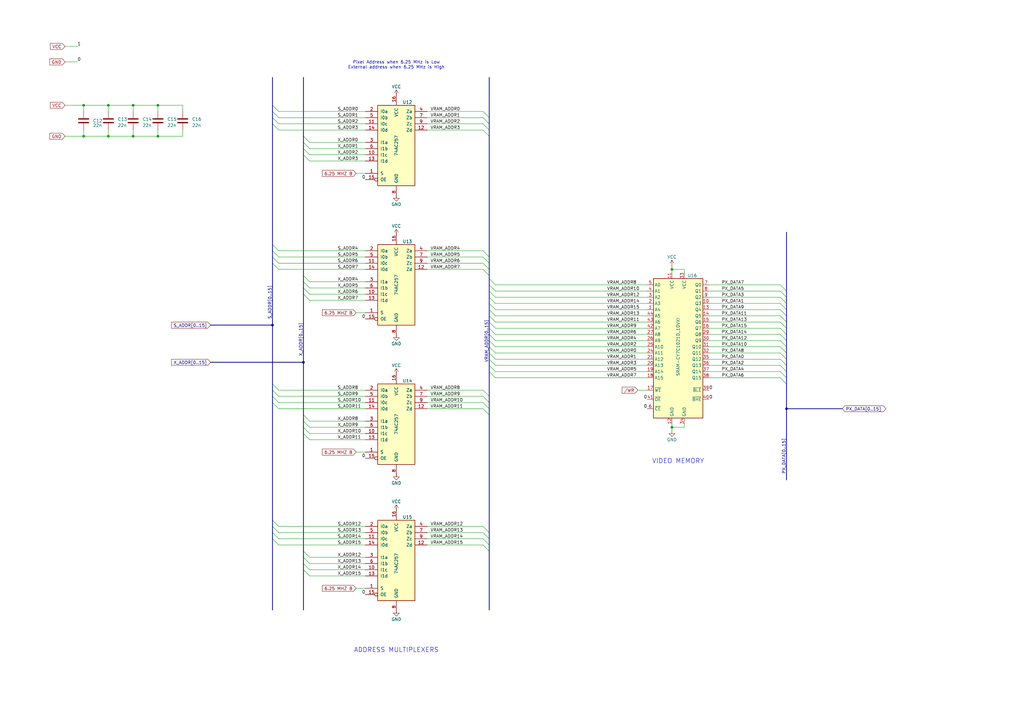
<source format=kicad_sch>
(kicad_sch (version 20231120) (generator "eeschema") (generator_version "8.0")
  (paper "A3")
  (title_block (title "FRAME BUFFER"))
  (lib_symbols
    (symbol "Device:C" (pin_numbers hide) (pin_names (offset 0.254))
      (property "Reference" "C" (at 0.635 2.54 0))
      (property "Value" "C" (at 0.635 -2.54 0))
      (symbol "C_0_1"
        (polyline (pts (xy -2.032 -0.762) (xy 2.032 -0.762)) (stroke (width 0.508)))
        (polyline (pts (xy -2.032 0.762) (xy 2.032 0.762)) (stroke (width 0.508)))
      )
      (symbol "C_1_1"
        (pin passive line (at 0 3.81 270) (length 2.794) (name "~") (number "1"))
        (pin passive line (at 0 -3.81 90) (length 2.794) (name "~") (number "2"))
      )
    )
    (symbol "MevaLlibreria:74HC257" (pin_names (offset 1.016))
      (property "Reference" "U" (at -7.62 19.05 0))
      (property "Value" "74HC257" (at -8.128 -17.526 0))
      (symbol "74HC257_1_0"
        (pin input line (at -12.7 -10.16 0) (length 5.08) (name "S") (number "1"))
        (pin input line (at -12.7 -2.54 0) (length 5.08) (name "I1c") (number "10"))
        (pin input line (at -12.7 10.16 0) (length 5.08) (name "I0c") (number "11"))
        (pin tri_state line (at 12.7 7.62 180) (length 5.08) (name "Zd") (number "12"))
        (pin input line (at -12.7 -5.08 0) (length 5.08) (name "I1d") (number "13"))
        (pin input line (at -12.7 7.62 0) (length 5.08) (name "I0d") (number "14"))
        (pin input inverted (at -12.7 -12.7 0) (length 5.08) (name "OE") (number "15"))
        (pin power_in line (at 0 22.86 270) (length 5.08) (name "VCC") (number "16"))
        (pin input line (at -12.7 15.24 0) (length 5.08) (name "I0a") (number "2"))
        (pin input line (at -12.7 2.54 0) (length 5.08) (name "I1a") (number "3"))
        (pin tri_state line (at 12.7 15.24 180) (length 5.08) (name "Za") (number "4"))
        (pin input line (at -12.7 12.7 0) (length 5.08) (name "I0b") (number "5"))
        (pin input line (at -12.7 0 0) (length 5.08) (name "I1b") (number "6"))
        (pin tri_state line (at 12.7 12.7 180) (length 5.08) (name "Zb") (number "7"))
        (pin power_in line (at 0 -20.32 90) (length 5.08) (name "GND") (number "8"))
        (pin tri_state line (at 12.7 10.16 180) (length 5.08) (name "Zc") (number "9"))
      )
      (symbol "74HC257_1_1"
        (rectangle (start -7.62 17.78) (end 7.62 -15.24) (stroke (width 0.254)) (fill (type background)))
      )
    )
    (symbol "MevaLlibreria:SRAM-CY7C1021D_10VXI"
      (property "Reference" "U" (at -10.16 28.575 0))
      (property "Value" "SRAM-CY7C1021D_10VXI" (at 2.54 28.575 0))
      (symbol "SRAM-CY7C1021D_10VXI_0_1"
        (rectangle (start -10.16 27.94) (end 10.16 -29.21) (stroke (width 0.254)) (fill (type background)))
      )
      (symbol "SRAM-CY7C1021D_10VXI_1_0"
        (pin power_in line (at -2.54 30.48 270) (length 2.54) (name "VCC") (number "11"))
        (pin power_in line (at -2.54 -31.75 90) (length 2.54) (name "GND") (number "12"))
        (pin power_in line (at 2.54 30.48 270) (length 2.54) (name "VCC") (number "33"))
        (pin power_in line (at 2.54 -31.75 90) (length 2.54) (name "GND") (number "34"))
      )
      (symbol "SRAM-CY7C1021D_10VXI_1_1"
        (pin input line (at -12.7 15.24 0) (length 2.54) (name "A4") (number "1"))
        (pin tri_state line (at 12.7 17.78 180) (length 2.54) (name "Q3") (number "10"))
        (pin tri_state line (at 12.7 15.24 180) (length 2.54) (name "Q4") (number "13"))
        (pin tri_state line (at 12.7 12.7 180) (length 2.54) (name "Q5") (number "14"))
        (pin tri_state line (at 12.7 10.16 180) (length 2.54) (name "Q6") (number "15"))
        (pin tri_state line (at 12.7 7.62 180) (length 2.54) (name "Q7") (number "16"))
        (pin input line (at -12.7 -17.78 0) (length 2.54) (name "~{WE}") (number "17"))
        (pin input line (at -12.7 -12.7 0) (length 2.54) (name "A15") (number "18"))
        (pin input line (at -12.7 -10.16 0) (length 2.54) (name "A14") (number "19"))
        (pin input line (at -12.7 17.78 0) (length 2.54) (name "A3") (number "2"))
        (pin input line (at -12.7 -7.62 0) (length 2.54) (name "A13") (number "20"))
        (pin input line (at -12.7 -5.08 0) (length 2.54) (name "A12") (number "21"))
        (pin no_connect line (at -10.16 -27.94 0) (length 2.54) hide (name "NC") (number "22"))
        (pin no_connect line (at 10.16 -25.4 180) (length 2.54) hide (name "NC") (number "23"))
        (pin input line (at -12.7 -2.54 0) (length 2.54) (name "A11") (number "24"))
        (pin input line (at -12.7 0 0) (length 2.54) (name "A10") (number "25"))
        (pin input line (at -12.7 2.54 0) (length 2.54) (name "A9") (number "26"))
        (pin input line (at -12.7 5.08 0) (length 2.54) (name "A8") (number "27"))
        (pin no_connect line (at 10.16 -27.94 180) (length 2.54) hide (name "NC") (number "28"))
        (pin tri_state line (at 12.7 5.08 180) (length 2.54) (name "Q8") (number "29"))
        (pin input line (at -12.7 20.32 0) (length 2.54) (name "A2") (number "3"))
        (pin tri_state line (at 12.7 2.54 180) (length 2.54) (name "Q9") (number "30"))
        (pin tri_state line (at 12.7 0 180) (length 2.54) (name "Q10") (number "31"))
        (pin tri_state line (at 12.7 -2.54 180) (length 2.54) (name "Q11") (number "32"))
        (pin tri_state line (at 12.7 -5.08 180) (length 2.54) (name "Q12") (number "35"))
        (pin tri_state line (at 12.7 -7.62 180) (length 2.54) (name "Q13") (number "36"))
        (pin tri_state line (at 12.7 -10.16 180) (length 2.54) (name "Q14") (number "37"))
        (pin tri_state line (at 12.7 -12.7 180) (length 2.54) (name "Q15") (number "38"))
        (pin input line (at 12.7 -17.78 180) (length 2.54) (name "~{BLE}") (number "39"))
        (pin input line (at -12.7 22.86 0) (length 2.54) (name "A1") (number "4"))
        (pin input line (at 12.7 -21.59 180) (length 2.54) (name "~{BHE}") (number "40"))
        (pin input line (at -12.7 -21.59 0) (length 2.54) (name "~{OE}") (number "41"))
        (pin input line (at -12.7 7.62 0) (length 2.54) (name "A7") (number "42"))
        (pin input line (at -12.7 10.16 0) (length 2.54) (name "A6") (number "43"))
        (pin input line (at -12.7 12.7 0) (length 2.54) (name "A5") (number "44"))
        (pin input line (at -12.7 25.4 0) (length 2.54) (name "A0") (number "5"))
        (pin input line (at -12.7 -25.4 0) (length 2.54) (name "~{CE}") (number "6"))
        (pin tri_state line (at 12.7 25.4 180) (length 2.54) (name "Q0") (number "7"))
        (pin tri_state line (at 12.7 22.86 180) (length 2.54) (name "Q1") (number "8"))
        (pin tri_state line (at 12.7 20.32 180) (length 2.54) (name "Q2") (number "9"))
      )
    )
    (symbol "power:GND" (power) (pin_numbers hide) (pin_names (offset 0) hide)
      (property "Value" "GND" (at 0 -3.81 0))
      (symbol "GND_0_1"
        (polyline (pts (xy 0 0) (xy 0 -1.27) (xy 1.27 -1.27) (xy 0 -2.54) (xy -1.27 -1.27) (xy 0 -1.27)))
      )
      (symbol "GND_1_1"
        (pin power_in line (at 0 0 270) (length 0) (name "~") (number "1"))
      )
    )
    (symbol "power:VCC" (power) (pin_numbers hide) (pin_names (offset 0) hide)
      (property "Value" "VCC" (at 0 3.556 0))
      (symbol "VCC_0_1"
        (polyline (pts (xy -0.762 1.27) (xy 0 2.54)))
        (polyline (pts (xy 0 0) (xy 0 2.54)))
        (polyline (pts (xy 0 2.54) (xy 0.762 1.27)))
      )
      (symbol "VCC_1_1"
        (pin power_in line (at 0 0 90) (length 0) (name "~") (number "1"))
      )
    )
  )
  (junction (at 34.29 55.88))
  (junction (at 44.45 43.18))
  (junction (at 64.77 55.88))
  (junction (at 111.76 133.35))
  (junction (at 54.61 55.88))
  (junction (at 64.77 43.18))
  (junction (at 322.58 167.64))
  (junction (at 34.29 43.18))
  (junction (at 124.46 148.59))
  (junction (at 275.59 110.49))
  (junction (at 54.61 43.18))
  (junction (at 275.59 175.26))
  (junction (at 44.45 55.88))
  (bus_entry (at 124.46 120.65) (size 2.54 2.54))
  (bus_entry (at 124.46 170.18) (size 2.54 2.54))
  (bus_entry (at 200.66 113.03) (size -2.54 -2.54))
  (bus_entry (at 200.66 134.62) (size 2.54 2.54))
  (bus_entry (at 322.58 147.32) (size -2.54 -2.54))
  (bus_entry (at 322.58 124.46) (size -2.54 -2.54))
  (bus_entry (at 200.66 127) (size 2.54 2.54))
  (bus_entry (at 200.66 226.06) (size -2.54 -2.54))
  (bus_entry (at 200.66 165.1) (size -2.54 -2.54))
  (bus_entry (at 200.66 121.92) (size 2.54 2.54))
  (bus_entry (at 111.76 157.48) (size 2.54 2.54))
  (bus_entry (at 124.46 228.6) (size 2.54 2.54))
  (bus_entry (at 200.66 152.4) (size 2.54 2.54))
  (bus_entry (at 111.76 165.1) (size 2.54 2.54))
  (bus_entry (at 322.58 119.38) (size -2.54 -2.54))
  (bus_entry (at 124.46 118.11) (size 2.54 2.54))
  (bus_entry (at 124.46 115.57) (size 2.54 2.54))
  (bus_entry (at 200.66 144.78) (size 2.54 2.54))
  (bus_entry (at 200.66 129.54) (size 2.54 2.54))
  (bus_entry (at 200.66 218.44) (size -2.54 -2.54))
  (bus_entry (at 322.58 127) (size -2.54 -2.54))
  (bus_entry (at 200.66 170.18) (size -2.54 -2.54))
  (bus_entry (at 322.58 144.78) (size -2.54 -2.54))
  (bus_entry (at 200.66 105.41) (size -2.54 -2.54))
  (bus_entry (at 200.66 220.98) (size -2.54 -2.54))
  (bus_entry (at 200.66 137.16) (size 2.54 2.54))
  (bus_entry (at 322.58 149.86) (size -2.54 -2.54))
  (bus_entry (at 200.66 142.24) (size 2.54 2.54))
  (bus_entry (at 200.66 149.86) (size 2.54 2.54))
  (bus_entry (at 124.46 233.68) (size 2.54 2.54))
  (bus_entry (at 322.58 121.92) (size -2.54 -2.54))
  (bus_entry (at 200.66 119.38) (size 2.54 2.54))
  (bus_entry (at 111.76 162.56) (size 2.54 2.54))
  (bus_entry (at 322.58 139.7) (size -2.54 -2.54))
  (bus_entry (at 111.76 220.98) (size 2.54 2.54))
  (bus_entry (at 200.66 147.32) (size 2.54 2.54))
  (bus_entry (at 200.66 110.49) (size -2.54 -2.54))
  (bus_entry (at 124.46 58.42) (size 2.54 2.54))
  (bus_entry (at 200.66 139.7) (size 2.54 2.54))
  (bus_entry (at 111.76 102.87) (size 2.54 2.54))
  (bus_entry (at 322.58 132.08) (size -2.54 -2.54))
  (bus_entry (at 124.46 113.03) (size 2.54 2.54))
  (bus_entry (at 111.76 107.95) (size 2.54 2.54))
  (bus_entry (at 124.46 231.14) (size 2.54 2.54))
  (bus_entry (at 200.66 124.46) (size 2.54 2.54))
  (bus_entry (at 322.58 137.16) (size -2.54 -2.54))
  (bus_entry (at 322.58 157.48) (size -2.54 -2.54))
  (bus_entry (at 200.66 107.95) (size -2.54 -2.54))
  (bus_entry (at 200.66 48.26) (size -2.54 -2.54))
  (bus_entry (at 111.76 45.72) (size 2.54 2.54))
  (bus_entry (at 200.66 55.88) (size -2.54 -2.54))
  (bus_entry (at 124.46 172.72) (size 2.54 2.54))
  (bus_entry (at 200.66 50.8) (size -2.54 -2.54))
  (bus_entry (at 124.46 177.8) (size 2.54 2.54))
  (bus_entry (at 111.76 100.33) (size 2.54 2.54))
  (bus_entry (at 322.58 142.24) (size -2.54 -2.54))
  (bus_entry (at 322.58 152.4) (size -2.54 -2.54))
  (bus_entry (at 111.76 160.02) (size 2.54 2.54))
  (bus_entry (at 111.76 50.8) (size 2.54 2.54))
  (bus_entry (at 124.46 60.96) (size 2.54 2.54))
  (bus_entry (at 322.58 134.62) (size -2.54 -2.54))
  (bus_entry (at 200.66 114.3) (size 2.54 2.54))
  (bus_entry (at 124.46 63.5) (size 2.54 2.54))
  (bus_entry (at 322.58 129.54) (size -2.54 -2.54))
  (bus_entry (at 200.66 53.34) (size -2.54 -2.54))
  (bus_entry (at 124.46 175.26) (size 2.54 2.54))
  (bus_entry (at 111.76 213.36) (size 2.54 2.54))
  (bus_entry (at 200.66 132.08) (size 2.54 2.54))
  (bus_entry (at 200.66 167.64) (size -2.54 -2.54))
  (bus_entry (at 200.66 223.52) (size -2.54 -2.54))
  (bus_entry (at 111.76 215.9) (size 2.54 2.54))
  (bus_entry (at 322.58 154.94) (size -2.54 -2.54))
  (bus_entry (at 124.46 55.88) (size 2.54 2.54))
  (bus_entry (at 200.66 162.56) (size -2.54 -2.54))
  (bus_entry (at 111.76 43.18) (size 2.54 2.54))
  (bus_entry (at 111.76 105.41) (size 2.54 2.54))
  (bus_entry (at 111.76 218.44) (size 2.54 2.54))
  (bus_entry (at 111.76 48.26) (size 2.54 2.54))
  (bus_entry (at 200.66 116.84) (size 2.54 2.54))
  (bus_entry (at 124.46 226.06) (size 2.54 2.54))
  (wire (pts (xy 114.3 107.95) (xy 149.86 107.95)))
  (wire (pts (xy 203.2 129.54) (xy 265.43 129.54)))
  (bus (pts (xy 111.76 165.1) (xy 111.76 213.36)))
  (wire (pts (xy 290.83 134.62) (xy 320.04 134.62)))
  (wire (pts (xy 203.2 139.7) (xy 265.43 139.7)))
  (wire (pts (xy 114.3 160.02) (xy 149.86 160.02)))
  (wire (pts (xy 127 175.26) (xy 149.86 175.26)))
  (wire (pts (xy 127 123.19) (xy 149.86 123.19)))
  (bus (pts (xy 124.46 170.18) (xy 124.46 172.72)))
  (bus (pts (xy 111.76 220.98) (xy 111.76 250.19)))
  (bus (pts (xy 111.76 105.41) (xy 111.76 102.87)))
  (bus (pts (xy 111.76 213.36) (xy 111.76 215.9)))
  (bus (pts (xy 200.66 105.41) (xy 200.66 107.95)))
  (bus (pts (xy 322.58 124.46) (xy 322.58 127)))
  (wire (pts (xy 44.45 55.88) (xy 44.45 53.34)))
  (wire (pts (xy 275.59 175.26) (xy 275.59 173.99)))
  (bus (pts (xy 322.58 121.92) (xy 322.58 124.46)))
  (bus (pts (xy 200.66 114.3) (xy 200.66 116.84)))
  (wire (pts (xy 175.26 45.72) (xy 198.12 45.72)))
  (wire (pts (xy 203.2 132.08) (xy 265.43 132.08)))
  (wire (pts (xy 162.56 96.52) (xy 162.56 95.25)))
  (bus (pts (xy 322.58 152.4) (xy 322.58 154.94)))
  (bus (pts (xy 111.76 43.18) (xy 111.76 45.72)))
  (bus (pts (xy 322.58 132.08) (xy 322.58 134.62)))
  (wire (pts (xy 175.26 165.1) (xy 198.12 165.1)))
  (wire (pts (xy 175.26 107.95) (xy 198.12 107.95)))
  (bus (pts (xy 111.76 157.48) (xy 111.76 160.02)))
  (wire (pts (xy 175.26 218.44) (xy 198.12 218.44)))
  (bus (pts (xy 124.46 63.5) (xy 124.46 113.03)))
  (wire (pts (xy 114.3 110.49) (xy 149.86 110.49)))
  (bus (pts (xy 200.66 220.98) (xy 200.66 223.52)))
  (wire (pts (xy 175.26 105.41) (xy 198.12 105.41)))
  (bus (pts (xy 322.58 95.25) (xy 322.58 119.38)))
  (wire (pts (xy 290.83 137.16) (xy 320.04 137.16)))
  (wire (pts (xy 34.29 43.18) (xy 34.29 45.72)))
  (wire (pts (xy 290.83 121.92) (xy 320.04 121.92)))
  (wire (pts (xy 290.83 142.24) (xy 320.04 142.24)))
  (bus (pts (xy 200.66 124.46) (xy 200.66 127)))
  (wire (pts (xy 26.67 25.4) (xy 31.75 25.4)))
  (wire (pts (xy 44.45 43.18) (xy 54.61 43.18)))
  (bus (pts (xy 200.66 113.03) (xy 200.66 114.3)))
  (bus (pts (xy 322.58 157.48) (xy 322.58 167.64)))
  (wire (pts (xy 146.05 241.3) (xy 149.86 241.3)))
  (bus (pts (xy 322.58 127) (xy 322.58 129.54)))
  (bus (pts (xy 200.66 53.34) (xy 200.66 55.88)))
  (wire (pts (xy 26.67 55.88) (xy 34.29 55.88)))
  (bus (pts (xy 124.46 120.65) (xy 124.46 118.11)))
  (wire (pts (xy 175.26 102.87) (xy 198.12 102.87)))
  (bus (pts (xy 200.66 48.26) (xy 200.66 50.8)))
  (bus (pts (xy 111.76 107.95) (xy 111.76 105.41)))
  (wire (pts (xy 203.2 137.16) (xy 265.43 137.16)))
  (wire (pts (xy 114.3 105.41) (xy 149.86 105.41)))
  (wire (pts (xy 162.56 194.31) (xy 162.56 195.58)))
  (wire (pts (xy 127 66.04) (xy 149.86 66.04)))
  (bus (pts (xy 200.66 55.88) (xy 200.66 105.41)))
  (bus (pts (xy 111.76 133.35) (xy 111.76 157.48)))
  (bus (pts (xy 124.46 231.14) (xy 124.46 233.68)))
  (bus (pts (xy 124.46 233.68) (xy 124.46 250.19)))
  (wire (pts (xy 74.93 43.18) (xy 74.93 45.72)))
  (wire (pts (xy 114.3 220.98) (xy 149.86 220.98)))
  (wire (pts (xy 44.45 43.18) (xy 44.45 45.72)))
  (bus (pts (xy 200.66 121.92) (xy 200.66 124.46)))
  (bus (pts (xy 111.76 45.72) (xy 111.76 48.26)))
  (bus (pts (xy 124.46 115.57) (xy 124.46 113.03)))
  (wire (pts (xy 175.26 48.26) (xy 198.12 48.26)))
  (wire (pts (xy 127 60.96) (xy 149.86 60.96)))
  (wire (pts (xy 114.3 53.34) (xy 149.86 53.34)))
  (wire (pts (xy 203.2 134.62) (xy 265.43 134.62)))
  (bus (pts (xy 200.66 137.16) (xy 200.66 139.7)))
  (wire (pts (xy 114.3 45.72) (xy 149.86 45.72)))
  (bus (pts (xy 322.58 119.38) (xy 322.58 121.92)))
  (wire (pts (xy 203.2 127) (xy 265.43 127)))
  (wire (pts (xy 34.29 43.18) (xy 44.45 43.18)))
  (wire (pts (xy 146.05 128.27) (xy 149.86 128.27)))
  (wire (pts (xy 162.56 39.37) (xy 162.56 38.1)))
  (wire (pts (xy 290.83 132.08) (xy 320.04 132.08)))
  (wire (pts (xy 162.56 137.16) (xy 162.56 138.43)))
  (bus (pts (xy 322.58 167.64) (xy 345.44 167.64)))
  (wire (pts (xy 290.83 127) (xy 320.04 127)))
  (wire (pts (xy 175.26 53.34) (xy 198.12 53.34)))
  (wire (pts (xy 290.83 139.7) (xy 320.04 139.7)))
  (bus (pts (xy 200.66 223.52) (xy 200.66 226.06)))
  (wire (pts (xy 114.3 162.56) (xy 149.86 162.56)))
  (bus (pts (xy 124.46 148.59) (xy 124.46 170.18)))
  (wire (pts (xy 275.59 175.26) (xy 280.67 175.26)))
  (wire (pts (xy 26.67 19.05) (xy 31.75 19.05)))
  (bus (pts (xy 200.66 218.44) (xy 200.66 220.98)))
  (wire (pts (xy 175.26 162.56) (xy 198.12 162.56)))
  (bus (pts (xy 200.66 162.56) (xy 200.66 165.1)))
  (wire (pts (xy 203.2 124.46) (xy 265.43 124.46)))
  (wire (pts (xy 114.3 218.44) (xy 149.86 218.44)))
  (bus (pts (xy 124.46 58.42) (xy 124.46 60.96)))
  (wire (pts (xy 162.56 250.19) (xy 162.56 251.46)))
  (bus (pts (xy 200.66 127) (xy 200.66 129.54)))
  (bus (pts (xy 200.66 170.18) (xy 200.66 218.44)))
  (wire (pts (xy 175.26 223.52) (xy 198.12 223.52)))
  (wire (pts (xy 54.61 43.18) (xy 64.77 43.18)))
  (bus (pts (xy 322.58 144.78) (xy 322.58 147.32)))
  (bus (pts (xy 200.66 142.24) (xy 200.66 144.78)))
  (bus (pts (xy 322.58 129.54) (xy 322.58 132.08)))
  (wire (pts (xy 44.45 55.88) (xy 54.61 55.88)))
  (wire (pts (xy 127 115.57) (xy 149.86 115.57)))
  (wire (pts (xy 146.05 71.12) (xy 149.86 71.12)))
  (wire (pts (xy 275.59 109.22) (xy 275.59 110.49)))
  (wire (pts (xy 290.83 119.38) (xy 320.04 119.38)))
  (bus (pts (xy 124.46 31.75) (xy 124.46 55.88)))
  (wire (pts (xy 114.3 167.64) (xy 149.86 167.64)))
  (wire (pts (xy 127 172.72) (xy 149.86 172.72)))
  (bus (pts (xy 322.58 134.62) (xy 322.58 137.16)))
  (wire (pts (xy 290.83 147.32) (xy 320.04 147.32)))
  (wire (pts (xy 203.2 154.94) (xy 265.43 154.94)))
  (bus (pts (xy 124.46 175.26) (xy 124.46 177.8)))
  (bus (pts (xy 111.76 102.87) (xy 111.76 100.33)))
  (wire (pts (xy 203.2 149.86) (xy 265.43 149.86)))
  (wire (pts (xy 175.26 50.8) (xy 198.12 50.8)))
  (bus (pts (xy 200.66 144.78) (xy 200.66 147.32)))
  (wire (pts (xy 280.67 110.49) (xy 280.67 111.76)))
  (bus (pts (xy 111.76 218.44) (xy 111.76 220.98)))
  (bus (pts (xy 200.66 139.7) (xy 200.66 142.24)))
  (wire (pts (xy 290.83 129.54) (xy 320.04 129.54)))
  (bus (pts (xy 322.58 149.86) (xy 322.58 152.4)))
  (bus (pts (xy 200.66 129.54) (xy 200.66 132.08)))
  (wire (pts (xy 290.83 116.84) (xy 320.04 116.84)))
  (bus (pts (xy 200.66 107.95) (xy 200.66 110.49)))
  (wire (pts (xy 127 118.11) (xy 149.86 118.11)))
  (wire (pts (xy 290.83 124.46) (xy 320.04 124.46)))
  (wire (pts (xy 203.2 142.24) (xy 265.43 142.24)))
  (wire (pts (xy 275.59 110.49) (xy 275.59 111.76)))
  (wire (pts (xy 114.3 165.1) (xy 149.86 165.1)))
  (bus (pts (xy 124.46 226.06) (xy 124.46 228.6)))
  (bus (pts (xy 111.76 160.02) (xy 111.76 162.56)))
  (wire (pts (xy 54.61 55.88) (xy 54.61 53.34)))
  (wire (pts (xy 64.77 55.88) (xy 64.77 53.34)))
  (wire (pts (xy 280.67 175.26) (xy 280.67 173.99)))
  (wire (pts (xy 127 177.8) (xy 149.86 177.8)))
  (wire (pts (xy 127 228.6) (xy 149.86 228.6)))
  (bus (pts (xy 111.76 215.9) (xy 111.76 218.44)))
  (wire (pts (xy 114.3 215.9) (xy 149.86 215.9)))
  (bus (pts (xy 200.66 167.64) (xy 200.66 170.18)))
  (wire (pts (xy 146.05 185.42) (xy 149.86 185.42)))
  (bus (pts (xy 200.66 132.08) (xy 200.66 134.62)))
  (wire (pts (xy 127 231.14) (xy 149.86 231.14)))
  (bus (pts (xy 200.66 110.49) (xy 200.66 113.03)))
  (bus (pts (xy 200.66 149.86) (xy 200.66 152.4)))
  (wire (pts (xy 114.3 102.87) (xy 149.86 102.87)))
  (wire (pts (xy 127 180.34) (xy 149.86 180.34)))
  (wire (pts (xy 203.2 119.38) (xy 265.43 119.38)))
  (bus (pts (xy 111.76 31.75) (xy 111.76 43.18)))
  (wire (pts (xy 127 63.5) (xy 149.86 63.5)))
  (bus (pts (xy 200.66 147.32) (xy 200.66 149.86)))
  (wire (pts (xy 162.56 153.67) (xy 162.56 152.4)))
  (bus (pts (xy 124.46 120.65) (xy 124.46 148.59)))
  (bus (pts (xy 124.46 55.88) (xy 124.46 58.42)))
  (wire (pts (xy 114.3 223.52) (xy 149.86 223.52)))
  (bus (pts (xy 111.76 50.8) (xy 111.76 100.33)))
  (wire (pts (xy 162.56 209.55) (xy 162.56 208.28)))
  (wire (pts (xy 127 120.65) (xy 149.86 120.65)))
  (bus (pts (xy 200.66 119.38) (xy 200.66 121.92)))
  (wire (pts (xy 203.2 116.84) (xy 265.43 116.84)))
  (wire (pts (xy 203.2 147.32) (xy 265.43 147.32)))
  (bus (pts (xy 200.66 50.8) (xy 200.66 53.34)))
  (bus (pts (xy 322.58 142.24) (xy 322.58 144.78)))
  (wire (pts (xy 175.26 110.49) (xy 198.12 110.49)))
  (bus (pts (xy 322.58 154.94) (xy 322.58 157.48)))
  (wire (pts (xy 275.59 176.53) (xy 275.59 175.26)))
  (bus (pts (xy 124.46 177.8) (xy 124.46 226.06)))
  (wire (pts (xy 203.2 144.78) (xy 265.43 144.78)))
  (bus (pts (xy 124.46 172.72) (xy 124.46 175.26)))
  (wire (pts (xy 175.26 167.64) (xy 198.12 167.64)))
  (bus (pts (xy 200.66 134.62) (xy 200.66 137.16)))
  (wire (pts (xy 175.26 160.02) (xy 198.12 160.02)))
  (bus (pts (xy 200.66 226.06) (xy 200.66 250.19)))
  (wire (pts (xy 64.77 55.88) (xy 74.93 55.88)))
  (bus (pts (xy 124.46 228.6) (xy 124.46 231.14)))
  (wire (pts (xy 290.83 149.86) (xy 320.04 149.86)))
  (wire (pts (xy 203.2 152.4) (xy 265.43 152.4)))
  (bus (pts (xy 322.58 139.7) (xy 322.58 142.24)))
  (wire (pts (xy 175.26 215.9) (xy 198.12 215.9)))
  (wire (pts (xy 74.93 55.88) (xy 74.93 53.34)))
  (bus (pts (xy 86.36 148.59) (xy 124.46 148.59)))
  (bus (pts (xy 200.66 31.75) (xy 200.66 48.26)))
  (wire (pts (xy 162.56 80.01) (xy 162.56 81.28)))
  (bus (pts (xy 124.46 118.11) (xy 124.46 115.57)))
  (wire (pts (xy 290.83 154.94) (xy 320.04 154.94)))
  (wire (pts (xy 275.59 110.49) (xy 280.67 110.49)))
  (wire (pts (xy 114.3 48.26) (xy 149.86 48.26)))
  (wire (pts (xy 203.2 121.92) (xy 265.43 121.92)))
  (bus (pts (xy 200.66 116.84) (xy 200.66 119.38)))
  (bus (pts (xy 86.36 133.35) (xy 111.76 133.35)))
  (bus (pts (xy 124.46 60.96) (xy 124.46 63.5)))
  (bus (pts (xy 111.76 48.26) (xy 111.76 50.8)))
  (wire (pts (xy 127 58.42) (xy 149.86 58.42)))
  (wire (pts (xy 114.3 50.8) (xy 149.86 50.8)))
  (wire (pts (xy 54.61 43.18) (xy 54.61 45.72)))
  (wire (pts (xy 64.77 43.18) (xy 74.93 43.18)))
  (wire (pts (xy 290.83 152.4) (xy 320.04 152.4)))
  (wire (pts (xy 261.62 160.02) (xy 265.43 160.02)))
  (bus (pts (xy 111.76 107.95) (xy 111.76 133.35)))
  (wire (pts (xy 34.29 55.88) (xy 34.29 53.34)))
  (wire (pts (xy 34.29 55.88) (xy 44.45 55.88)))
  (wire (pts (xy 54.61 55.88) (xy 64.77 55.88)))
  (bus (pts (xy 322.58 147.32) (xy 322.58 149.86)))
  (wire (pts (xy 64.77 43.18) (xy 64.77 45.72)))
  (wire (pts (xy 26.67 43.18) (xy 34.29 43.18)))
  (wire (pts (xy 127 233.68) (xy 149.86 233.68)))
  (wire (pts (xy 175.26 220.98) (xy 198.12 220.98)))
  (wire (pts (xy 290.83 144.78) (xy 320.04 144.78)))
  (bus (pts (xy 111.76 162.56) (xy 111.76 165.1)))
  (bus (pts (xy 322.58 137.16) (xy 322.58 139.7)))
  (bus (pts (xy 200.66 152.4) (xy 200.66 162.56)))
  (wire (pts (xy 127 236.22) (xy 149.86 236.22)))
  (bus (pts (xy 322.58 167.64) (xy 322.58 196.85)))
  (bus (pts (xy 200.66 165.1) (xy 200.66 167.64)))
  (text "VIDEO MEMORY" (at 278.13 189.23 0) (effects (font (size 1.905 1.905))))
  (text "Pixel Address when 6.25 MHz is Low\nExternal address when 6.25 MHz is High" (at 162.56 26.67 0) (effects (font (size 1.27 1.27))))
  (text "ADDRESS MULTIPLEXERS" (at 162.56 266.7 0) (effects (font (size 1.905 1.905))))
  (label "VRAM_ADDR5" (at 176.53 105.41 0))
  (label "X_ADDR4" (at 138.43 115.57 0))
  (label "VRAM_ADDR15" (at 176.53 223.52 0))
  (label "S_ADDR4" (at 138.43 102.87 0))
  (label "0" (at 290.83 163.83 0))
  (label "PX_DATA15" (at 295.91 134.62 0))
  (label "PX_DATA1" (at 295.91 124.46 0))
  (label "VRAM_ADDR3" (at 176.53 53.34 0))
  (label "VRAM_ADDR9" (at 176.53 162.56 0))
  (label "X_ADDR7" (at 138.43 123.19 0))
  (label "X_ADDR10" (at 138.43 177.8 0))
  (label "VRAM_ADDR10" (at 176.53 165.1 0))
  (label "X_ADDR12" (at 138.43 228.6 0))
  (label "VRAM_ADDR[0..15]" (at 200.66 148.59 90))
  (label "VRAM_ADDR12" (at 248.92 121.92 0))
  (label "S_ADDR7" (at 138.43 110.49 0))
  (label "X_ADDR1" (at 138.43 60.96 0))
  (label "PX_DATA5" (at 295.91 119.38 0))
  (label "X_ADDR8" (at 138.43 172.72 0))
  (label "VRAM_ADDR0" (at 248.92 144.78 0))
  (label "1" (at 31.75 19.05 0))
  (label "VRAM_ADDR8" (at 248.92 116.84 0))
  (label "VRAM_ADDR7" (at 248.92 154.94 0))
  (label "VRAM_ADDR13" (at 248.92 129.54 0))
  (label "X_ADDR14" (at 138.43 233.68 0))
  (label "PX_DATA6" (at 295.91 154.94 0))
  (label "PX_DATA14" (at 295.91 137.16 0))
  (label "VRAM_ADDR10" (at 248.92 119.38 0))
  (label "0" (at 265.43 167.64 180))
  (label "VRAM_ADDR4" (at 176.53 102.87 0))
  (label "VRAM_ADDR1" (at 176.53 48.26 0))
  (label "PX_DATA[0..15]" (at 322.58 194.31 90))
  (label "PX_DATA9" (at 295.91 127 0))
  (label "VRAM_ADDR6" (at 248.92 137.16 0))
  (label "PX_DATA3" (at 295.91 121.92 0))
  (label "VRAM_ADDR15" (at 248.92 127 0))
  (label "VRAM_ADDR9" (at 248.92 134.62 0))
  (label "VRAM_ADDR3" (at 248.92 149.86 0))
  (label "VRAM_ADDR2" (at 176.53 50.8 0))
  (label "PX_DATA8" (at 295.91 144.78 0))
  (label "VRAM_ADDR6" (at 176.53 107.95 0))
  (label "X_ADDR13" (at 138.43 231.14 0))
  (label "VRAM_ADDR12" (at 176.53 215.9 0))
  (label "S_ADDR5" (at 138.43 105.41 0))
  (label "VRAM_ADDR4" (at 248.92 139.7 0))
  (label "PX_DATA12" (at 295.91 139.7 0))
  (label "S_ADDR14" (at 138.43 220.98 0))
  (label "S_ADDR11" (at 138.43 167.64 0))
  (label "X_ADDR0" (at 138.43 58.42 0))
  (label "S_ADDR2" (at 138.43 50.8 0))
  (label "0" (at 149.86 187.96 180))
  (label "PX_DATA7" (at 295.91 116.84 0))
  (label "X_ADDR5" (at 138.43 118.11 0))
  (label "X_ADDR6" (at 138.43 120.65 0))
  (label "VRAM_ADDR1" (at 248.92 147.32 0))
  (label "PX_DATA11" (at 295.91 129.54 0))
  (label "S_ADDR3" (at 138.43 53.34 0))
  (label "S_ADDR12" (at 138.43 215.9 0))
  (label "VRAM_ADDR14" (at 176.53 220.98 0))
  (label "0" (at 265.43 163.83 180))
  (label "0" (at 149.86 130.81 180))
  (label "0" (at 290.83 160.02 0))
  (label "VRAM_ADDR0" (at 176.53 45.72 0))
  (label "0" (at 31.75 25.4 0))
  (label "VRAM_ADDR13" (at 176.53 218.44 0))
  (label "X_ADDR9" (at 138.43 175.26 0))
  (label "PX_DATA2" (at 295.91 149.86 0))
  (label "X_ADDR[0..15]" (at 124.46 146.05 90))
  (label "PX_DATA4" (at 295.91 152.4 0))
  (label "S_ADDR0" (at 138.43 45.72 0))
  (label "S_ADDR15" (at 138.43 223.52 0))
  (label "VRAM_ADDR14" (at 248.92 124.46 0))
  (label "PX_DATA0" (at 295.91 147.32 0))
  (label "X_ADDR2" (at 138.43 63.5 0))
  (label "X_ADDR3" (at 138.43 66.04 0))
  (label "VRAM_ADDR11" (at 248.92 132.08 0))
  (label "0" (at 149.86 73.66 180))
  (label "VRAM_ADDR5" (at 248.92 152.4 0))
  (label "PX_DATA13" (at 295.91 132.08 0))
  (label "S_ADDR6" (at 138.43 107.95 0))
  (label "VRAM_ADDR2" (at 248.92 142.24 0))
  (label "S_ADDR9" (at 138.43 162.56 0))
  (label "S_ADDR8" (at 138.43 160.02 0))
  (label "X_ADDR11" (at 138.43 180.34 0))
  (label "S_ADDR[0..15]" (at 111.76 130.81 90))
  (label "0" (at 149.86 243.84 180))
  (label "PX_DATA10" (at 295.91 142.24 0))
  (label "VRAM_ADDR7" (at 176.53 110.49 0))
  (label "X_ADDR15" (at 138.43 236.22 0))
  (label "VRAM_ADDR8" (at 176.53 160.02 0))
  (label "S_ADDR10" (at 138.43 165.1 0))
  (label "S_ADDR13" (at 138.43 218.44 0))
  (label "S_ADDR1" (at 138.43 48.26 0))
  (label "VRAM_ADDR11" (at 176.53 167.64 0))
  (global_label "VCC" (shape input) (at 26.67 19.05 180) (property "Intersheetrefs" "${INTERSHEET_REFS}" (effects (hide yes))))
  (global_label "6.25 MHZ B" (shape input) (at 146.05 71.12 180) (property "Intersheetrefs" "${INTERSHEET_REFS}" (effects (hide yes))))
  (global_label "GND" (shape input) (at 26.67 55.88 180) (property "Intersheetrefs" "${INTERSHEET_REFS}" (effects (hide yes))))
  (global_label "X_ADDR[0..15]" (shape input) (at 86.36 148.59 180) (property "Intersheetrefs" "${INTERSHEET_REFS}" (effects (hide yes))))
  (global_label "{slash}WR" (shape input) (at 261.62 160.02 180) (property "Intersheetrefs" "${INTERSHEET_REFS}" (effects (hide yes))))
  (global_label "VCC" (shape input) (at 26.67 43.18 180) (property "Intersheetrefs" "${INTERSHEET_REFS}" (effects (hide yes))))
  (global_label "PX_DATA[0..15]" (shape bidirectional) (at 345.44 167.64 0) (property "Intersheetrefs" "${INTERSHEET_REFS}" (effects (hide yes))))
  (global_label "GND" (shape input) (at 26.67 25.4 180) (property "Intersheetrefs" "${INTERSHEET_REFS}" (effects (hide yes))))
  (global_label "S_ADDR[0..15]" (shape input) (at 86.36 133.35 180) (property "Intersheetrefs" "${INTERSHEET_REFS}" (effects (hide yes))))
  (global_label "6.25 MHZ B" (shape input) (at 146.05 185.42 180) (property "Intersheetrefs" "${INTERSHEET_REFS}" (effects (hide yes))))
  (global_label "6.25 MHZ B" (shape input) (at 146.05 241.3 180) (property "Intersheetrefs" "${INTERSHEET_REFS}" (effects (hide yes))))
  (global_label "6.25 MHZ B" (shape input) (at 146.05 128.27 180) (property "Intersheetrefs" "${INTERSHEET_REFS}" (effects (hide yes))))
  (symbol (lib_id "MevaLlibreria:74HC257") (at 162.56 231.14 0) (unit 1)
    (property "Reference" "U15" (at 165.1 212.09 0) (effects (justify left)))
    (property "Value" "74AC257" (at 162.56 231.14 90))
    (property "Footprint" "Package_SO:SOIC-16_3.9x9.9mm_P1.27mm" (effects (hide yes)))
    (property "Datasheet" "http://www.ti.com/lit/gpn/sn74LS257" (effects (hide yes)))
    (property "Description" "Quad 2 to 1 line Multiplexer" (effects (hide yes)))
  )
  (symbol (lib_id "Device:C") (at 54.61 49.53 0) (unit 1)
    (property "Reference" "C14" (at 58.42 48.895 0) (effects (justify left)))
    (property "Value" "22n" (at 58.42 51.435 0) (effects (justify left)))
    (property "Footprint" "Capacitor_SMD:C_0603_1608Metric_Pad1.08x0.95mm_HandSolder" (effects (hide yes)))
    (property "Description" "Unpolarized capacitor" (effects (hide yes)))
    (property "LCSC Part #" "C277528" (effects (hide yes)))
  )
  (symbol (lib_id "Device:C") (at 34.29 49.53 0) (unit 1)
    (property "Reference" "C12" (at 38.1 49.53 0) (effects (justify left)))
    (property "Value" "22n" (at 38.1 51.435 0) (effects (justify left)))
    (property "Footprint" "Capacitor_SMD:C_0603_1608Metric_Pad1.08x0.95mm_HandSolder" (effects (hide yes)))
    (property "Description" "Unpolarized capacitor" (effects (hide yes)))
    (property "LCSC Part #" "C277528" (effects (hide yes)))
  )
  (symbol (lib_id "power:GND") (at 162.56 137.16 0) (unit 1)
    (property "Reference" "#PWR028" (effects (hide yes)))
    (property "Value" "GND" (at 162.56 140.97 0))
    (property "Description" "Power symbol creates a global label with name \"GND\" , ground" (effects (hide yes)))
  )
  (symbol (lib_id "power:VCC") (at 162.56 209.55 0) (unit 1)
    (property "Reference" "#PWR031" (effects (hide yes)))
    (property "Value" "VCC" (at 162.56 205.74 0))
    (property "Description" "Power symbol creates a global label with name \"VCC\"" (effects (hide yes)))
  )
  (symbol (lib_id "power:GND") (at 162.56 80.01 0) (unit 1)
    (property "Reference" "#PWR026" (effects (hide yes)))
    (property "Value" "GND" (at 162.56 83.82 0))
    (property "Description" "Power symbol creates a global label with name \"GND\" , ground" (effects (hide yes)))
  )
  (symbol (lib_id "power:VCC") (at 275.59 109.22 0) (unit 1)
    (property "Reference" "#PWR033" (effects (hide yes)))
    (property "Value" "VCC" (at 275.59 105.41 0))
    (property "Description" "Power symbol creates a global label with name \"VCC\"" (effects (hide yes)))
  )
  (symbol (lib_id "power:VCC") (at 162.56 96.52 0) (unit 1)
    (property "Reference" "#PWR027" (effects (hide yes)))
    (property "Value" "VCC" (at 162.56 92.71 0))
    (property "Description" "Power symbol creates a global label with name \"VCC\"" (effects (hide yes)))
  )
  (symbol (lib_id "power:VCC") (at 162.56 39.37 0) (unit 1)
    (property "Reference" "#PWR025" (effects (hide yes)))
    (property "Value" "VCC" (at 162.56 35.56 0))
    (property "Description" "Power symbol creates a global label with name \"VCC\"" (effects (hide yes)))
  )
  (symbol (lib_id "power:GND") (at 162.56 250.19 0) (unit 1)
    (property "Reference" "#PWR032" (effects (hide yes)))
    (property "Value" "GND" (at 162.56 254 0))
    (property "Description" "Power symbol creates a global label with name \"GND\" , ground" (effects (hide yes)))
  )
  (symbol (lib_id "power:GND") (at 162.56 194.31 0) (unit 1)
    (property "Reference" "#PWR030" (effects (hide yes)))
    (property "Value" "GND" (at 162.56 198.12 0))
    (property "Description" "Power symbol creates a global label with name \"GND\" , ground" (effects (hide yes)))
  )
  (symbol (lib_id "MevaLlibreria:74HC257") (at 162.56 175.26 0) (unit 1)
    (property "Reference" "U14" (at 165.1 156.21 0) (effects (justify left)))
    (property "Value" "74AC257" (at 162.56 173.99 90))
    (property "Footprint" "Package_SO:SOIC-16_3.9x9.9mm_P1.27mm" (effects (hide yes)))
    (property "Datasheet" "http://www.ti.com/lit/gpn/sn74LS257" (effects (hide yes)))
    (property "Description" "Quad 2 to 1 line Multiplexer" (effects (hide yes)))
  )
  (symbol (lib_id "MevaLlibreria:SRAM-CY7C1021D_10VXI") (at 278.13 142.24 0) (unit 1)
    (property "Reference" "U16" (at 281.94 113.03 0) (effects (justify left)))
    (property "Value" "SRAM-CY7C1021D_10VXI" (at 278.13 142.24 90))
    (property "Footprint" "MevaLlibreriaFootprint:SOJ-44_10.2x28.6mm_P1.27mm" (effects (hide yes)))
    (property "Datasheet" "https://www.infineon.com/dgdl/Infineon-CY7C1021D-10VXI-DataSheet-v01_00-EN.pdf?fileId=8ac78c8c88704c7a0188765884e736bb" (effects (hide yes)))
    (property "Description" "128K x 8 High-Speed CMOS Static RAM, 55/70ns, TSOP-I-32" (effects (hide yes)))
  )
  (symbol (lib_id "Device:C") (at 64.77 49.53 0) (unit 1)
    (property "Reference" "C15" (at 68.58 48.895 0) (effects (justify left)))
    (property "Value" "22n" (at 68.58 51.435 0) (effects (justify left)))
    (property "Footprint" "Capacitor_SMD:C_0603_1608Metric_Pad1.08x0.95mm_HandSolder" (effects (hide yes)))
    (property "Description" "Unpolarized capacitor" (effects (hide yes)))
    (property "LCSC Part #" "C277528" (effects (hide yes)))
  )
  (symbol (lib_id "MevaLlibreria:74HC257") (at 162.56 60.96 0) (unit 1)
    (property "Reference" "U12" (at 165.1 41.91 0) (effects (justify left)))
    (property "Value" "74AC257" (at 162.56 59.69 90))
    (property "Footprint" "Package_SO:SOIC-16_3.9x9.9mm_P1.27mm" (effects (hide yes)))
    (property "Datasheet" "http://www.ti.com/lit/gpn/sn74LS257" (effects (hide yes)))
    (property "Description" "Quad 2 to 1 line Multiplexer" (effects (hide yes)))
  )
  (symbol (lib_id "Device:C") (at 74.93 49.53 0) (unit 1)
    (property "Reference" "C16" (at 78.74 48.895 0) (effects (justify left)))
    (property "Value" "22n" (at 78.74 51.435 0) (effects (justify left)))
    (property "Footprint" "Capacitor_SMD:C_0603_1608Metric_Pad1.08x0.95mm_HandSolder" (effects (hide yes)))
    (property "Description" "Unpolarized capacitor" (effects (hide yes)))
    (property "LCSC Part #" "C277528" (effects (hide yes)))
  )
  (symbol (lib_id "MevaLlibreria:74HC257") (at 162.56 118.11 0) (unit 1)
    (property "Reference" "U13" (at 165.1 99.06 0) (effects (justify left)))
    (property "Value" "74AC257" (at 162.56 116.84 90))
    (property "Footprint" "Package_SO:SOIC-16_3.9x9.9mm_P1.27mm" (effects (hide yes)))
    (property "Datasheet" "http://www.ti.com/lit/gpn/sn74LS257" (effects (hide yes)))
    (property "Description" "Quad 2 to 1 line Multiplexer" (effects (hide yes)))
  )
  (symbol (lib_id "power:GND") (at 275.59 176.53 0) (unit 1)
    (property "Reference" "#PWR034" (effects (hide yes)))
    (property "Value" "GND" (at 275.59 180.34 0))
    (property "Description" "Power symbol creates a global label with name \"GND\" , ground" (effects (hide yes)))
  )
  (symbol (lib_id "Device:C") (at 44.45 49.53 0) (unit 1)
    (property "Reference" "C13" (at 48.26 48.895 0) (effects (justify left)))
    (property "Value" "22n" (at 48.26 51.435 0) (effects (justify left)))
    (property "Footprint" "Capacitor_SMD:C_0603_1608Metric_Pad1.08x0.95mm_HandSolder" (effects (hide yes)))
    (property "Description" "Unpolarized capacitor" (effects (hide yes)))
    (property "LCSC Part #" "C277528" (effects (hide yes)))
  )
  (symbol (lib_id "power:VCC") (at 162.56 153.67 0) (unit 1)
    (property "Reference" "#PWR029" (effects (hide yes)))
    (property "Value" "VCC" (at 162.56 149.86 0))
    (property "Description" "Power symbol creates a global label with name \"VCC\"" (effects (hide yes)))
  )
)
</source>
